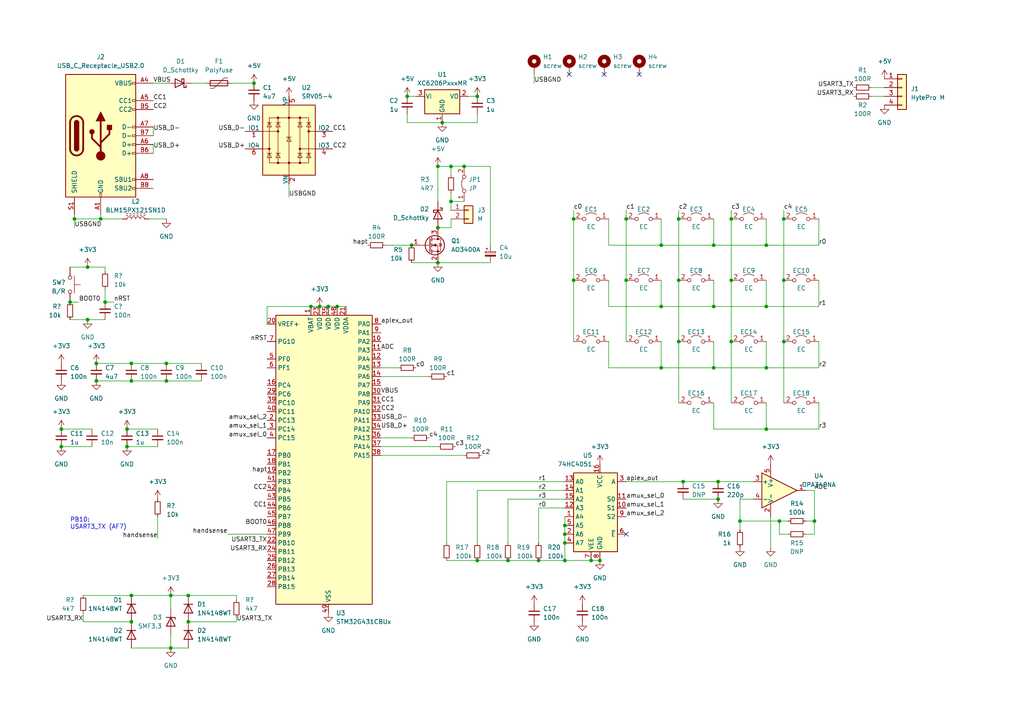
<source format=kicad_sch>
(kicad_sch (version 20231120) (generator "eeschema") (generator_version "8.0")
  (paper "A4")
  (junction (at 25.4 77.47))
  (junction (at 90.17 88.9))
  (junction (at 134.62 48.26))
  (junction (at 17.78 129.54))
  (junction (at 212.09 63.5))
  (junction (at 49.53 172.72))
  (junction (at 222.25 71.12))
  (junction (at 222.25 124.46))
  (junction (at 27.94 105.41))
  (junction (at 208.28 144.78))
  (junction (at 127 66.04))
  (junction (at 163.83 157.48))
  (junction (at 38.1 180.34))
  (junction (at 163.83 152.4))
  (junction (at 128.27 35.56))
  (junction (at 95.25 88.9))
  (junction (at 207.01 88.9))
  (junction (at 198.12 139.7))
  (junction (at 17.78 124.46))
  (junction (at 36.83 129.54))
  (junction (at 227.33 99.06))
  (junction (at 212.09 81.28))
  (junction (at 138.43 27.94))
  (junction (at 36.83 124.46))
  (junction (at 227.33 63.5))
  (junction (at 196.85 99.06))
  (junction (at 207.01 71.12))
  (junction (at 119.38 71.12))
  (junction (at 54.61 180.34))
  (junction (at 191.77 106.68))
  (junction (at 181.61 81.28))
  (junction (at 48.26 110.49))
  (junction (at 138.43 162.56))
  (junction (at 21.59 63.5))
  (junction (at 181.61 63.5))
  (junction (at 191.77 71.12))
  (junction (at 156.21 162.56))
  (junction (at 48.26 105.41))
  (junction (at 118.11 27.94))
  (junction (at 97.79 88.9))
  (junction (at 166.37 81.28))
  (junction (at 127 76.2))
  (junction (at 212.09 99.06))
  (junction (at 196.85 81.28))
  (junction (at 166.37 63.5))
  (junction (at 196.85 63.5))
  (junction (at 38.1 110.49))
  (junction (at 227.33 81.28))
  (junction (at 38.1 105.41))
  (junction (at 222.25 88.9))
  (junction (at 30.48 87.63))
  (junction (at 29.21 63.5))
  (junction (at 147.32 162.56))
  (junction (at 226.06 151.13))
  (junction (at 171.45 162.56))
  (junction (at 208.28 139.7))
  (junction (at 73.66 24.13))
  (junction (at 25.4 92.71))
  (junction (at 127 48.26))
  (junction (at 191.77 88.9))
  (junction (at 49.53 187.96))
  (junction (at 236.22 151.13))
  (junction (at 163.83 162.56))
  (junction (at 130.81 48.26))
  (junction (at 214.63 151.13))
  (junction (at 38.1 172.72))
  (junction (at 130.81 58.42))
  (junction (at 54.61 172.72))
  (junction (at 207.01 106.68))
  (junction (at 163.83 154.94))
  (junction (at 27.94 110.49))
  (junction (at 222.25 106.68))
  (junction (at 20.32 87.63))
  (junction (at 92.71 88.9))
  (junction (at 173.99 162.56))
  (no_connect (at 181.61 154.94))
  (no_connect (at 165.1 21.59))
  (no_connect (at 175.26 21.59))
  (no_connect (at 185.42 21.59))
  (wire (pts (xy 227.33 81.28) (xy 227.33 99.06)))
  (wire (pts (xy 156.21 157.48) (xy 156.21 147.32)))
  (wire (pts (xy 222.25 88.9) (xy 237.49 88.9)))
  (wire (pts (xy 20.32 87.63) (xy 22.86 87.63)))
  (wire (pts (xy 237.49 81.28) (xy 237.49 88.9)))
  (wire (pts (xy 236.22 151.13) (xy 236.22 154.94)))
  (wire (pts (xy 142.24 48.26) (xy 142.24 71.12)))
  (wire (pts (xy 110.49 127) (xy 119.38 127)))
  (wire (pts (xy 147.32 157.48) (xy 147.32 144.78)))
  (wire (pts (xy 111.76 71.12) (xy 119.38 71.12)))
  (wire (pts (xy 226.06 151.13) (xy 226.06 154.94)))
  (wire (pts (xy 176.53 106.68) (xy 176.53 99.06)))
  (wire (pts (xy 17.78 124.46) (xy 26.67 124.46)))
  (wire (pts (xy 237.49 116.84) (xy 237.49 124.46)))
  (wire (pts (xy 163.83 162.56) (xy 171.45 162.56)))
  (wire (pts (xy 214.63 153.67) (xy 214.63 151.13)))
  (wire (pts (xy 237.49 99.06) (xy 237.49 106.68)))
  (wire (pts (xy 227.33 99.06) (xy 227.33 116.84)))
  (wire (pts (xy 36.83 124.46) (xy 45.72 124.46)))
  (wire (pts (xy 43.18 63.5) (xy 48.26 63.5)))
  (wire (pts (xy 130.81 63.5) (xy 130.81 66.04)))
  (wire (pts (xy 92.71 88.9) (xy 95.25 88.9)))
  (wire (pts (xy 68.58 173.99) (xy 68.58 172.72)))
  (wire (pts (xy 214.63 151.13) (xy 214.63 144.78)))
  (wire (pts (xy 38.1 110.49) (xy 48.26 110.49)))
  (wire (pts (xy 27.94 105.41) (xy 38.1 105.41)))
  (wire (pts (xy 191.77 71.12) (xy 176.53 71.12)))
  (wire (pts (xy 49.53 187.96) (xy 54.61 187.96)))
  (wire (pts (xy 176.53 71.12) (xy 176.53 63.5)))
  (wire (pts (xy 38.1 172.72) (xy 49.53 172.72)))
  (wire (pts (xy 124.46 109.22) (xy 110.49 109.22)))
  (wire (pts (xy 130.81 48.26) (xy 134.62 48.26)))
  (wire (pts (xy 83.82 53.34) (xy 83.82 57.15)))
  (wire (pts (xy 118.11 27.94) (xy 120.65 27.94)))
  (wire (pts (xy 212.09 99.06) (xy 212.09 116.84)))
  (wire (pts (xy 147.32 162.56) (xy 156.21 162.56)))
  (wire (pts (xy 181.61 60.96) (xy 181.61 63.5)))
  (wire (pts (xy 30.48 83.82) (xy 30.48 87.63)))
  (wire (pts (xy 129.54 157.48) (xy 129.54 139.7)))
  (wire (pts (xy 191.77 81.28) (xy 191.77 88.9)))
  (wire (pts (xy 154.94 24.13) (xy 154.94 21.59)))
  (wire (pts (xy 191.77 106.68) (xy 176.53 106.68)))
  (wire (pts (xy 191.77 99.06) (xy 191.77 106.68)))
  (wire (pts (xy 48.26 110.49) (xy 58.42 110.49)))
  (wire (pts (xy 45.72 149.86) (xy 45.72 156.21)))
  (wire (pts (xy 207.01 81.28) (xy 207.01 88.9)))
  (wire (pts (xy 138.43 142.24) (xy 163.83 142.24)))
  (wire (pts (xy 138.43 27.94) (xy 135.89 27.94)))
  (wire (pts (xy 196.85 63.5) (xy 196.85 81.28)))
  (wire (pts (xy 227.33 60.96) (xy 227.33 63.5)))
  (wire (pts (xy 252.73 27.94) (xy 256.54 27.94)))
  (wire (pts (xy 77.47 88.9) (xy 90.17 88.9)))
  (wire (pts (xy 222.25 124.46) (xy 237.49 124.46)))
  (wire (pts (xy 212.09 81.28) (xy 212.09 99.06)))
  (wire (pts (xy 30.48 87.63) (xy 33.02 87.63)))
  (wire (pts (xy 24.13 180.34) (xy 38.1 180.34)))
  (wire (pts (xy 207.01 116.84) (xy 207.01 124.46)))
  (wire (pts (xy 128.27 35.56) (xy 138.43 35.56)))
  (wire (pts (xy 222.25 99.06) (xy 222.25 106.68)))
  (wire (pts (xy 130.81 66.04) (xy 127 66.04)))
  (wire (pts (xy 252.73 25.4) (xy 256.54 25.4)))
  (wire (pts (xy 95.25 88.9) (xy 97.79 88.9)))
  (wire (pts (xy 35.56 63.5) (xy 29.21 63.5)))
  (wire (pts (xy 134.62 48.26) (xy 142.24 48.26)))
  (wire (pts (xy 212.09 60.96) (xy 212.09 63.5)))
  (wire (pts (xy 166.37 81.28) (xy 166.37 99.06)))
  (wire (pts (xy 77.47 93.98) (xy 77.47 88.9)))
  (wire (pts (xy 118.11 35.56) (xy 128.27 35.56)))
  (wire (pts (xy 207.01 71.12) (xy 222.25 71.12)))
  (wire (pts (xy 147.32 144.78) (xy 163.83 144.78)))
  (wire (pts (xy 237.49 63.5) (xy 237.49 71.12)))
  (wire (pts (xy 207.01 99.06) (xy 207.01 106.68)))
  (wire (pts (xy 66.04 154.94) (xy 77.47 154.94)))
  (wire (pts (xy 130.81 55.88) (xy 130.81 58.42)))
  (wire (pts (xy 38.1 187.96) (xy 49.53 187.96)))
  (wire (pts (xy 24.13 177.8) (xy 24.13 180.34)))
  (wire (pts (xy 20.32 92.71) (xy 25.4 92.71)))
  (wire (pts (xy 166.37 60.96) (xy 166.37 63.5)))
  (wire (pts (xy 97.79 88.9) (xy 100.33 88.9)))
  (wire (pts (xy 196.85 60.96) (xy 196.85 63.5)))
  (wire (pts (xy 129.54 139.7) (xy 163.83 139.7)))
  (wire (pts (xy 20.32 77.47) (xy 25.4 77.47)))
  (wire (pts (xy 191.77 106.68) (xy 207.01 106.68)))
  (wire (pts (xy 233.68 142.24) (xy 236.22 142.24)))
  (wire (pts (xy 110.49 132.08) (xy 134.62 132.08)))
  (wire (pts (xy 214.63 144.78) (xy 218.44 144.78)))
  (wire (pts (xy 222.25 81.28) (xy 222.25 88.9)))
  (wire (pts (xy 55.88 24.13) (xy 59.69 24.13)))
  (wire (pts (xy 130.81 58.42) (xy 130.81 60.96)))
  (wire (pts (xy 138.43 157.48) (xy 138.43 142.24)))
  (wire (pts (xy 44.45 41.91) (xy 44.45 44.45)))
  (wire (pts (xy 236.22 151.13) (xy 236.22 142.24)))
  (wire (pts (xy 24.13 172.72) (xy 38.1 172.72)))
  (wire (pts (xy 127 76.2) (xy 142.24 76.2)))
  (wire (pts (xy 49.53 172.72) (xy 54.61 172.72)))
  (wire (pts (xy 222.25 71.12) (xy 237.49 71.12)))
  (wire (pts (xy 54.61 180.34) (xy 68.58 180.34)))
  (wire (pts (xy 21.59 62.23) (xy 21.59 63.5)))
  (wire (pts (xy 196.85 81.28) (xy 196.85 99.06)))
  (wire (pts (xy 163.83 157.48) (xy 163.83 162.56)))
  (wire (pts (xy 233.68 151.13) (xy 236.22 151.13)))
  (wire (pts (xy 191.77 88.9) (xy 207.01 88.9)))
  (wire (pts (xy 17.78 129.54) (xy 26.67 129.54)))
  (wire (pts (xy 30.48 78.74) (xy 30.48 77.47)))
  (wire (pts (xy 67.31 24.13) (xy 73.66 24.13)))
  (wire (pts (xy 68.58 179.07) (xy 68.58 180.34)))
  (wire (pts (xy 207.01 88.9) (xy 222.25 88.9)))
  (wire (pts (xy 208.28 139.7) (xy 218.44 139.7)))
  (wire (pts (xy 130.81 58.42) (xy 134.62 58.42)))
  (wire (pts (xy 118.11 33.02) (xy 118.11 35.56)))
  (wire (pts (xy 119.38 76.2) (xy 127 76.2)))
  (wire (pts (xy 222.25 124.46) (xy 207.01 124.46)))
  (wire (pts (xy 198.12 144.78) (xy 208.28 144.78)))
  (wire (pts (xy 156.21 162.56) (xy 163.83 162.56)))
  (wire (pts (xy 156.21 147.32) (xy 163.83 147.32)))
  (wire (pts (xy 115.57 106.68) (xy 110.49 106.68)))
  (wire (pts (xy 25.4 92.71) (xy 30.48 92.71)))
  (wire (pts (xy 44.45 24.13) (xy 48.26 24.13)))
  (wire (pts (xy 90.17 88.9) (xy 92.71 88.9)))
  (wire (pts (xy 127 48.26) (xy 127 58.42)))
  (wire (pts (xy 222.25 116.84) (xy 222.25 124.46)))
  (wire (pts (xy 44.45 36.83) (xy 44.45 39.37)))
  (wire (pts (xy 181.61 63.5) (xy 181.61 81.28)))
  (wire (pts (xy 181.61 139.7) (xy 198.12 139.7)))
  (wire (pts (xy 166.37 63.5) (xy 166.37 81.28)))
  (wire (pts (xy 163.83 149.86) (xy 163.83 152.4)))
  (wire (pts (xy 163.83 154.94) (xy 163.83 157.48)))
  (wire (pts (xy 223.52 158.75) (xy 223.52 149.86)))
  (wire (pts (xy 233.68 154.94) (xy 236.22 154.94)))
  (wire (pts (xy 30.48 77.47) (xy 25.4 77.47)))
  (wire (pts (xy 21.59 63.5) (xy 29.21 63.5)))
  (wire (pts (xy 176.53 88.9) (xy 176.53 81.28)))
  (wire (pts (xy 130.81 48.26) (xy 130.81 50.8)))
  (wire (pts (xy 212.09 63.5) (xy 212.09 81.28)))
  (wire (pts (xy 191.77 63.5) (xy 191.77 71.12)))
  (wire (pts (xy 191.77 88.9) (xy 176.53 88.9)))
  (wire (pts (xy 198.12 139.7) (xy 208.28 139.7)))
  (wire (pts (xy 68.58 172.72) (xy 54.61 172.72)))
  (wire (pts (xy 226.06 154.94) (xy 228.6 154.94)))
  (wire (pts (xy 181.61 81.28) (xy 181.61 99.06)))
  (wire (pts (xy 163.83 152.4) (xy 163.83 154.94)))
  (wire (pts (xy 226.06 151.13) (xy 228.6 151.13)))
  (wire (pts (xy 222.25 63.5) (xy 222.25 71.12)))
  (wire (pts (xy 138.43 162.56) (xy 147.32 162.56)))
  (wire (pts (xy 27.94 110.49) (xy 38.1 110.49)))
  (wire (pts (xy 196.85 99.06) (xy 196.85 116.84)))
  (wire (pts (xy 21.59 63.5) (xy 21.59 66.04)))
  (wire (pts (xy 127 48.26) (xy 130.81 48.26)))
  (wire (pts (xy 29.21 63.5) (xy 29.21 62.23)))
  (wire (pts (xy 171.45 162.56) (xy 173.99 162.56)))
  (wire (pts (xy 214.63 151.13) (xy 226.06 151.13)))
  (wire (pts (xy 207.01 63.5) (xy 207.01 71.12)))
  (wire (pts (xy 138.43 35.56) (xy 138.43 33.02)))
  (wire (pts (xy 38.1 105.41) (xy 48.26 105.41)))
  (wire (pts (xy 36.83 129.54) (xy 45.72 129.54)))
  (wire (pts (xy 110.49 129.54) (xy 127 129.54)))
  (wire (pts (xy 49.53 176.53) (xy 49.53 172.72)))
  (wire (pts (xy 48.26 105.41) (xy 58.42 105.41)))
  (wire (pts (xy 129.54 162.56) (xy 138.43 162.56)))
  (wire (pts (xy 191.77 71.12) (xy 207.01 71.12)))
  (wire (pts (xy 207.01 106.68) (xy 222.25 106.68)))
  (wire (pts (xy 227.33 63.5) (xy 227.33 81.28)))
  (wire (pts (xy 222.25 106.68) (xy 237.49 106.68)))
  (wire (pts (xy 49.53 184.15) (xy 49.53 187.96)))
  (text "PB10:\nUSART3_TX (AF7)\n" (at 20.32 153.67 0) (effects (font (size 1.27 1.27)) (justify left bottom)))
  (label "CC1" (at 96.52 38.1 0))
  (label "amux_sel_0" (at 77.47 127 180))
  (label "USART3_TX" (at 247.65 25.4 180))
  (label "c1" (at 129.54 109.22 0))
  (label "VBUS" (at 110.49 114.3 0))
  (label "r3" (at 156.21 144.78 0))
  (label "USART3_RX" (at 247.65 27.94 180))
  (label "ADC" (at 110.49 101.6 0))
  (label "handsense" (at 66.04 154.94 180))
  (label "c2" (at 139.7 132.08 0))
  (label "handsense" (at 45.72 156.21 180))
  (label "r3" (at 237.49 124.46 0))
  (label "nRST" (at 77.47 99.06 180))
  (label "r2" (at 237.49 106.68 0))
  (label "hapt" (at 106.68 71.12 180))
  (label "r0" (at 156.21 147.32 0))
  (label "c4" (at 227.33 60.96 0))
  (label "USBGND" (at 154.94 24.13 0))
  (label "USB_D-" (at 110.49 121.92 0))
  (label "CC2" (at 44.45 31.75 0))
  (label "c0" (at 166.37 60.96 0))
  (label "c2" (at 196.85 60.96 0))
  (label "r1" (at 237.49 88.9 0))
  (label "c4" (at 124.46 127 0))
  (label "amux_sel_2" (at 181.61 149.86 0))
  (label "c0" (at 120.65 106.68 0))
  (label "aplex_out" (at 110.49 93.98 0))
  (label "r0" (at 237.49 71.12 0))
  (label "BOOT0" (at 22.86 87.63 0))
  (label "ADC" (at 236.22 142.24 0))
  (label "CC1" (at 77.47 147.32 180))
  (label "CC1" (at 44.45 29.21 0))
  (label "CC2" (at 110.49 119.38 0))
  (label "USB_D+" (at 44.45 43.18 0))
  (label "USBGND" (at 83.82 57.15 0))
  (label "amux_sel_2" (at 77.47 121.92 180))
  (label "amux_sel_1" (at 181.61 147.32 0))
  (label "CC2" (at 96.52 43.18 0))
  (label "USBGND" (at 21.59 66.04 0))
  (label "r2" (at 156.21 142.24 0))
  (label "nRST" (at 33.02 87.63 0))
  (label "amux_sel_1" (at 77.47 124.46 180))
  (label "c3" (at 212.09 60.96 0))
  (label "USB_D+" (at 71.12 43.18 180))
  (label "c1" (at 181.61 60.96 0))
  (label "BOOT0" (at 77.47 152.4 180))
  (label "USART3_RX" (at 24.13 180.34 180))
  (label "USB_D+" (at 110.49 124.46 0))
  (label "aplex_out" (at 181.61 139.7 0))
  (label "c3" (at 132.08 129.54 0))
  (label "CC1" (at 110.49 116.84 0))
  (label "VBUS" (at 44.45 24.13 0))
  (label "USB_D-" (at 71.12 38.1 180))
  (label "CC2" (at 77.47 142.24 180))
  (label "USART3_TX" (at 68.58 180.34 0))
  (label "USART3_TX" (at 77.47 157.48 180))
  (label "amux_sel_0" (at 181.61 144.78 0))
  (label "r1" (at 156.21 139.7 0))
  (label "hapt" (at 77.47 137.16 180))
  (label "USART3_RX" (at 77.47 160.02 180))
  (label "USB_D-" (at 44.45 38.1 0))
  (symbol (lib_id "Jumper:Jumper_2_Open") (at 217.17 81.28 0) (mirror y) (unit 1)
    (property "Reference" "EC9" (at 217.17 78.486 0))
    (property "Value" "EC" (at 217.17 83.566 0))
    (property "Footprint" "ec_finger_touch:capsense_finger_1" (effects (hide yes)))
  )
  (symbol (lib_id "Jumper:Jumper_2_Open") (at 217.17 116.84 0) (mirror y) (unit 1)
    (property "Reference" "EC17" (at 217.17 114.046 0))
    (property "Value" "EC" (at 217.17 119.126 0))
    (property "Footprint" "ec_finger_touch:capsense_finger_1" (effects (hide yes)))
  )
  (symbol (lib_id "power:+5V") (at 256.54 22.86 0) (unit 1)
    (property "Reference" "#PWR01" (effects (hide yes)))
    (property "Value" "+5V" (at 256.54 17.78 0))
  )
  (symbol (lib_id "Mechanical:MountingHole_Pad") (at 175.26 19.05 0) (unit 1)
    (property "Reference" "H3" (at 177.8 16.51 0) (effects (justify left)))
    (property "Value" "screw" (at 177.8 19.05 0) (effects (justify left)))
    (property "Footprint" "MountingHole:MountingHole_3.2mm_M3_DIN965_Pad" (effects (hide yes)))
  )
  (symbol (lib_id "power:GND") (at 214.63 158.75 0) (unit 1)
    (property "Reference" "#PWR027" (effects (hide yes)))
    (property "Value" "GND" (at 214.63 163.83 0))
  )
  (symbol (lib_id "Device:C_Small") (at 48.26 107.95 0) (unit 1)
    (property "Reference" "C9" (at 50.8 106.6863 0) (effects (justify left)))
    (property "Value" "100n" (at 50.8 109.2263 0) (effects (justify left)))
    (property "Footprint" "Capacitor_SMD:C_0402_1005Metric" (effects (hide yes)))
  )
  (symbol (lib_id "Diode:1N4148WT") (at 54.61 184.15 270) (unit 1)
    (property "Reference" "D2" (at 57.15 182.88 90) (effects (justify left)))
    (property "Value" "1N4148WT" (at 57.15 185.42 90) (effects (justify left)))
    (property "Footprint" "Diode_SMD:D_SOD-523" (effects (hide yes)))
    (property "Datasheet" "https://www.diodes.com/assets/Datasheets/ds30396.pdf" (effects (hide yes)))
    (property "Sim.Device" "D" (effects (hide yes)))
    (property "Sim.Pins" "1=K 2=A" (effects (hide yes)))
    (instances (project "theseus-75" (path "" (reference "D2") (unit 1))) (project "unmechanical-sweepish" (path "" (reference "D7") (unit 1))))
  )
  (symbol (lib_id "power:+3V3") (at 92.71 88.9 0) (unit 1)
    (property "Reference" "#PWR013" (effects (hide yes)))
    (property "Value" "+3V3" (at 92.71 83.82 0))
  )
  (symbol (lib_id "power:+3V3") (at 223.52 134.62 0) (unit 1)
    (property "Reference" "#PWR024" (effects (hide yes)))
    (property "Value" "+3V3" (at 223.52 129.54 0))
  )
  (symbol (lib_id "Jumper:Jumper_2_Open") (at 186.69 63.5 0) (mirror y) (unit 1)
    (property "Reference" "EC2" (at 186.69 60.706 0))
    (property "Value" "EC" (at 186.69 65.786 0))
    (property "Footprint" "ec_finger_touch:capsense_finger_1" (effects (hide yes)))
  )
  (symbol (lib_id "power:GND") (at 17.78 129.54 0) (unit 1)
    (property "Reference" "#PWR021" (effects (hide yes)))
    (property "Value" "GND" (at 17.78 134.62 0))
  )
  (symbol (lib_id "power:+3V3") (at 27.94 105.41 0) (unit 1)
    (property "Reference" "#PWR016" (effects (hide yes)))
    (property "Value" "+3V3" (at 27.94 100.33 0))
  )
  (symbol (lib_id "Device:R_Small") (at 250.19 25.4 90) (unit 1)
    (property "Reference" "R1" (at 250.19 20.32 90))
    (property "Value" "100R" (at 250.19 22.86 90))
    (property "Footprint" "Resistor_SMD:R_0402_1005Metric" (effects (hide yes)))
  )
  (symbol (lib_id "Jumper:Jumper_2_Open") (at 201.93 81.28 0) (mirror y) (unit 1)
    (property "Reference" "EC8" (at 201.93 78.486 0))
    (property "Value" "EC" (at 201.93 83.566 0))
    (property "Footprint" "ec_finger_touch:capsense_finger_1" (effects (hide yes)))
  )
  (symbol (lib_id "Device:R_Small") (at 231.14 154.94 90) (unit 1)
    (property "Reference" "R15" (at 231.14 157.48 90))
    (property "Value" "DNP" (at 231.14 160.02 90))
    (property "Footprint" "Resistor_SMD:R_0603_1608Metric_Pad0.98x0.95mm_HandSolder" (effects (hide yes)))
  )
  (symbol (lib_id "Device:C_Small") (at 17.78 127 0) (unit 1)
    (property "Reference" "C11" (at 20.32 125.7363 0) (effects (justify left)))
    (property "Value" "1u" (at 20.32 128.2763 0) (effects (justify left)))
    (property "Footprint" "Capacitor_SMD:C_0402_1005Metric" (effects (hide yes)))
  )
  (symbol (lib_id "Jumper:Jumper_2_Open") (at 171.45 81.28 0) (mirror y) (unit 1)
    (property "Reference" "EC6" (at 171.45 78.486 0))
    (property "Value" "EC" (at 171.45 83.566 0))
    (property "Footprint" "ec_finger_touch:capsense_finger_1" (effects (hide yes)))
  )
  (symbol (lib_id "Jumper:Jumper_2_Open") (at 217.17 99.06 0) (mirror y) (unit 1)
    (property "Reference" "EC14" (at 217.17 96.266 0))
    (property "Value" "EC" (at 217.17 101.346 0))
    (property "Footprint" "ec_finger_touch:capsense_finger_1" (effects (hide yes)))
  )
  (symbol (lib_id "Jumper:Jumper_2_Open") (at 232.41 63.5 0) (mirror y) (unit 1)
    (property "Reference" "EC5" (at 232.41 60.706 0))
    (property "Value" "EC" (at 232.41 65.786 0))
    (property "Footprint" "ec_finger_touch:capsense_finger_1" (effects (hide yes)))
  )
  (symbol (lib_id "Diode:1N4148WT") (at 54.61 176.53 270) (unit 1)
    (property "Reference" "D1" (at 57.15 175.26 90) (effects (justify left)))
    (property "Value" "1N4148WT" (at 57.15 177.8 90) (effects (justify left)))
    (property "Footprint" "Diode_SMD:D_SOD-523" (effects (hide yes)))
    (property "Datasheet" "https://www.diodes.com/assets/Datasheets/ds30396.pdf" (effects (hide yes)))
    (property "Sim.Device" "D" (effects (hide yes)))
    (property "Sim.Pins" "1=K 2=A" (effects (hide yes)))
    (instances (project "theseus-75" (path "" (reference "D1") (unit 1))) (project "unmechanical-sweepish" (path "" (reference "D4") (unit 1))))
  )
  (symbol (lib_id "Device:C_Polarized_Small") (at 142.24 73.66 0) (unit 1)
    (property "Reference" "C4" (at 144.78 71.8439 0) (effects (justify left)))
    (property "Value" "10u" (at 144.78 74.3839 0) (effects (justify left)))
    (property "Footprint" "Capacitor_Tantalum_SMD:CP_EIA-3216-10_Kemet-I" (effects (hide yes)))
  )
  (symbol (lib_id "Device:C_Small") (at 27.94 107.95 0) (unit 1)
    (property "Reference" "C7" (at 30.48 106.6863 0) (effects (justify left)))
    (property "Value" "4u7" (at 30.48 109.2263 0) (effects (justify left)))
    (property "Footprint" "Capacitor_SMD:C_0402_1005Metric" (effects (hide yes)))
  )
  (symbol (lib_id "power:GND") (at 154.94 180.34 0) (unit 1)
    (property "Reference" "#PWR034" (effects (hide yes)))
    (property "Value" "GND" (at 154.94 185.42 0))
  )
  (symbol (lib_id "Jumper:Jumper_2_Open") (at 232.41 99.06 0) (mirror y) (unit 1)
    (property "Reference" "EC15" (at 232.41 96.266 0))
    (property "Value" "EC" (at 232.41 101.346 0))
    (property "Footprint" "ec_finger_touch:capsense_finger_1" (effects (hide yes)))
  )
  (symbol (lib_id "Device:R_Small") (at 45.72 147.32 180) (unit 1)
    (property "Reference" "R?" (at 48.26 146.685 0) (effects (justify right)))
    (property "Value" "10k" (at 48.26 149.225 0) (effects (justify right)))
    (property "Footprint" "Resistor_SMD:R_0402_1005Metric" (effects (hide yes)))
    (instances (project "theseus-75" (path "" (reference "R?") (unit 1)) (path "" (reference "R22") (unit 1)) (path "" (reference "R?") (unit 1))) (project "unmechanical-sweepish" (path "" (reference "R13") (unit 1))))
  )
  (symbol (lib_id "Device:C_Small") (at 198.12 142.24 0) (unit 1)
    (property "Reference" "C15" (at 200.66 140.9763 0) (effects (justify left)))
    (property "Value" "DNP" (at 200.66 143.5163 0) (effects (justify left)))
    (property "Footprint" "Capacitor_SMD:C_0603_1608Metric_Pad1.08x0.95mm_HandSolder" (effects (hide yes)))
  )
  (symbol (lib_id "power:GND") (at 208.28 144.78 0) (unit 1)
    (property "Reference" "#PWR026" (effects (hide yes)))
    (property "Value" "GND" (at 208.28 149.86 0))
  )
  (symbol (lib_id "power:+3V3") (at 25.4 77.47 0) (unit 1)
    (property "Reference" "#PWR012" (effects (hide yes)))
    (property "Value" "+3V3" (at 25.4 72.39 0))
  )
  (symbol (lib_id "Device:C_Small") (at 118.11 30.48 0) (unit 1)
    (property "Reference" "C2" (at 115.57 29.2163 0) (effects (justify right)))
    (property "Value" "1u" (at 115.57 31.7563 0) (effects (justify right)))
    (property "Footprint" "Capacitor_SMD:C_0402_1005Metric" (effects (hide yes)))
  )
  (symbol (lib_id "Device:R_Small") (at 20.32 90.17 0) (unit 1)
    (property "Reference" "R?" (at 17.78 88.9 0) (effects (justify right)))
    (property "Value" "10k" (at 17.78 91.44 0) (effects (justify right)))
    (property "Footprint" "Resistor_SMD:R_0402_1005Metric" (effects (hide yes)))
    (instances (project "werk-one-pcb-ml" (path "" (reference "R?") (unit 1))) (project "theseus-75" (path "" (reference "R13") (unit 1))) (project "unmechanical-sweepish" (path "" (reference "R7") (unit 1))))
  )
  (symbol (lib_id "Device:R_Small") (at 30.48 81.28 0) (unit 1)
    (property "Reference" "R?" (at 33.02 80.01 0) (effects (justify left)))
    (property "Value" "10k" (at 33.02 82.55 0) (effects (justify left)))
    (property "Footprint" "Resistor_SMD:R_0402_1005Metric" (effects (hide yes)))
    (instances (project "werk-one-pcb-ml" (path "" (reference "R?") (unit 1))) (project "theseus-75" (path "" (reference "R10") (unit 1))) (project "unmechanical-sweepish" (path "" (reference "R6") (unit 1))))
  )
  (symbol (lib_id "Device:C_Small") (at 30.48 90.17 180) (unit 1)
    (property "Reference" "C?" (at 33.02 88.8936 0) (effects (justify right)))
    (property "Value" "100n" (at 33.02 91.4336 0) (effects (justify right)))
    (property "Footprint" "Capacitor_SMD:C_0402_1005Metric" (effects (hide yes)))
    (instances (project "werk-one-pcb-ml" (path "" (reference "C?") (unit 1))) (project "theseus-75" (path "" (reference "C12") (unit 1))) (project "unmechanical-sweepish" (path "" (reference "C5") (unit 1))))
  )
  (symbol (lib_id "power:GND") (at 95.25 177.8 0) (unit 1)
    (property "Reference" "#PWR033" (effects (hide yes)))
    (property "Value" "GND" (at 95.25 182.88 0))
  )
  (symbol (lib_id "power:+3V3") (at 17.78 105.41 0) (unit 1)
    (property "Reference" "#PWR015" (effects (hide yes)))
    (property "Value" "+3V3" (at 17.78 100.33 0))
  )
  (symbol (lib_id "Device:C_Small") (at 168.91 177.8 0) (unit 1)
    (property "Reference" "C18" (at 171.45 176.5363 0) (effects (justify left)))
    (property "Value" "100n" (at 171.45 179.0763 0) (effects (justify left)))
    (property "Footprint" "Capacitor_SMD:C_0402_1005Metric" (effects (hide yes)))
  )
  (symbol (lib_id "power:+3V3") (at 168.91 175.26 0) (unit 1)
    (property "Reference" "#PWR032" (effects (hide yes)))
    (property "Value" "+3V3" (at 168.91 170.18 0))
  )
  (symbol (lib_id "power:GND") (at 36.83 129.54 0) (unit 1)
    (property "Reference" "#PWR022" (effects (hide yes)))
    (property "Value" "GND" (at 36.83 134.62 0))
  )
  (symbol (lib_id "Device:R_Small") (at 119.38 73.66 0) (unit 1)
    (property "Reference" "R5" (at 116.84 72.39 0) (effects (justify right)))
    (property "Value" "10k" (at 116.84 74.93 0) (effects (justify right)))
    (property "Footprint" "Resistor_SMD:R_0402_1005Metric" (effects (hide yes)))
  )
  (symbol (lib_id "Device:R_Small") (at 121.92 127 90) (unit 1)
    (property "Reference" "R10" (at 121.92 121.92 90))
    (property "Value" "100R" (at 121.92 124.46 90))
    (property "Footprint" "Resistor_SMD:R_0402_1005Metric" (effects (hide yes)))
  )
  (symbol (lib_id "Jumper:Jumper_2_Open") (at 201.93 63.5 0) (mirror y) (unit 1)
    (property "Reference" "EC3" (at 201.93 60.706 0))
    (property "Value" "EC" (at 201.93 65.786 0))
    (property "Footprint" "ec_finger_touch:capsense_finger_1" (effects (hide yes)))
  )
  (symbol (lib_id "power:+5V") (at 118.11 27.94 0) (unit 1)
    (property "Reference" "#PWR04" (effects (hide yes)))
    (property "Value" "+5V" (at 118.11 22.86 0))
  )
  (symbol (lib_id "Jumper:Jumper_2_Open") (at 201.93 99.06 0) (mirror y) (unit 1)
    (property "Reference" "EC13" (at 201.93 96.266 0))
    (property "Value" "EC" (at 201.93 101.346 0))
    (property "Footprint" "ec_finger_touch:capsense_finger_1" (effects (hide yes)))
  )
  (symbol (lib_id "power:+5V") (at 83.82 27.94 0) (unit 1)
    (property "Reference" "#PWR03" (effects (hide yes)))
    (property "Value" "+5V" (at 83.82 22.86 0))
  )
  (symbol (lib_id "Device:R_Small") (at 250.19 27.94 90) (unit 1)
    (property "Reference" "R2" (at 250.19 30.48 90))
    (property "Value" "100R" (at 250.19 33.02 90))
    (property "Footprint" "Resistor_SMD:R_0402_1005Metric" (effects (hide yes)))
  )
  (symbol (lib_id "Device:C_Small") (at 138.43 30.48 0) (unit 1)
    (property "Reference" "C3" (at 140.97 29.2163 0) (effects (justify left)))
    (property "Value" "1u" (at 140.97 31.7563 0) (effects (justify left)))
    (property "Footprint" "Capacitor_SMD:C_0402_1005Metric" (effects (hide yes)))
  )
  (symbol (lib_id "power:+5V") (at 127 48.26 0) (unit 1)
    (property "Reference" "#PWR09" (effects (hide yes)))
    (property "Value" "+5V" (at 127 43.18 0))
  )
  (symbol (lib_id "Connector_Generic:Conn_01x02") (at 135.89 60.96 0) (unit 1)
    (property "Reference" "J3" (at 138.43 60.96 0) (effects (justify left)))
    (property "Value" "M" (at 138.43 63.5 0) (effects (justify left)))
    (property "Footprint" "Connector_PinHeader_2.54mm:PinHeader_1x02_P2.54mm_Vertical" (effects (hide yes)))
  )
  (symbol (lib_id "power:+5V") (at 73.66 24.13 0) (unit 1)
    (property "Reference" "#PWR02" (effects (hide yes)))
    (property "Value" "+5V" (at 73.66 19.05 0))
  )
  (symbol (lib_id "power:+3V3") (at 173.99 134.62 0) (unit 1)
    (property "Reference" "#PWR023" (effects (hide yes)))
    (property "Value" "+3V3" (at 173.99 129.54 0))
  )
  (symbol (lib_id "Jumper:Jumper_2_Open") (at 171.45 63.5 0) (mirror y) (unit 1)
    (property "Reference" "EC1" (at 171.45 60.706 0))
    (property "Value" "EC" (at 171.45 65.786 0))
    (property "Footprint" "ec_finger_touch:capsense_finger_1" (effects (hide yes)))
  )
  (symbol (lib_id "Connector_Generic:Conn_01x04") (at 261.62 25.4 0) (unit 1)
    (property "Reference" "J1" (at 264.16 25.7556 0) (effects (justify left)))
    (property "Value" "HytePro M" (at 264.16 28.2956 0) (effects (justify left)))
    (property "Footprint" "PCM_marbastlib-xp-various:CON_HytePro_M411P_Plug_1x04-P2.20mm_Horizontal_FlushMount" (effects (hide yes)))
  )
  (symbol (lib_id "power:+3V3") (at 36.83 124.46 0) (unit 1)
    (property "Reference" "#PWR020" (effects (hide yes)))
    (property "Value" "+3V3" (at 36.83 119.38 0))
  )
  (symbol (lib_id "power:GND") (at 17.78 110.49 0) (unit 1)
    (property "Reference" "#PWR017" (effects (hide yes)))
    (property "Value" "GND" (at 17.78 115.57 0))
  )
  (symbol (lib_id "power:GND") (at 168.91 180.34 0) (unit 1)
    (property "Reference" "#PWR035" (effects (hide yes)))
    (property "Value" "GND" (at 168.91 185.42 0))
  )
  (symbol (lib_id "Device:Polyfuse") (at 63.5 24.13 90) (unit 1)
    (property "Reference" "F1" (at 63.5 17.78 90))
    (property "Value" "Polyfuse" (at 63.5 20.32 90))
    (property "Footprint" "Fuse:Fuse_0603_1608Metric" (effects (hide yes)))
  )
  (symbol (lib_id "Device:R_Small") (at 127 109.22 90) (unit 1)
    (property "Reference" "R9" (at 127 104.14 90))
    (property "Value" "100R" (at 127 106.68 90))
    (property "Footprint" "Resistor_SMD:R_0402_1005Metric" (effects (hide yes)))
  )
  (symbol (lib_id "Device:C_Small") (at 208.28 142.24 0) (unit 1)
    (property "Reference" "C16" (at 210.82 140.9763 0) (effects (justify left)))
    (property "Value" "220p" (at 210.82 143.5163 0) (effects (justify left)))
    (property "Footprint" "Capacitor_SMD:C_0603_1608Metric_Pad1.08x0.95mm_HandSolder" (effects (hide yes)))
  )
  (symbol (lib_id "PCM_marbastlib-various:SRV05-4") (at 83.82 40.64 0) (unit 1)
    (property "Reference" "U2" (at 87.4461 25.4 0) (effects (justify left)))
    (property "Value" "SRV05-4" (at 87.4461 27.94 0) (effects (justify left)))
    (property "Footprint" "PCM_marbastlib-various:SOT-23-6-routable" (effects (hide yes)))
    (property "Datasheet" "http://www.onsemi.com/pub/Collateral/SRV05-4-D.PDF" (effects (hide yes)))
  )
  (symbol (lib_id "power:+3V3") (at 138.43 27.94 0) (unit 1)
    (property "Reference" "#PWR05" (effects (hide yes)))
    (property "Value" "+3V3" (at 138.43 22.86 0))
  )
  (symbol (lib_id "power:GND") (at 73.66 29.21 0) (unit 1)
    (property "Reference" "#PWR06" (effects (hide yes)))
    (property "Value" "GND" (at 73.66 34.29 0))
  )
  (symbol (lib_id "Device:R_Small") (at 24.13 175.26 0) (unit 1)
    (property "Reference" "R?" (at 21.59 173.99 0) (effects (justify right)))
    (property "Value" "4k7" (at 21.59 176.53 0) (effects (justify right)))
    (property "Footprint" "Resistor_SMD:R_0402_1005Metric" (effects (hide yes)))
    (instances (project "theseus-75" (path "" (reference "R?") (unit 1)) (path "" (reference "R21") (unit 1)) (path "" (reference "R?") (unit 1))) (project "unmechanical-sweepish" (path "" (reference "R21") (unit 1))))
  )
  (symbol (lib_id "Device:R_Small") (at 156.21 160.02 0) (unit 1)
    (property "Reference" "R20" (at 158.75 158.75 0) (effects (justify left)))
    (property "Value" "100k" (at 158.75 161.29 0) (effects (justify left)))
    (property "Footprint" "Resistor_SMD:R_0402_1005Metric" (effects (hide yes)))
  )
  (symbol (lib_id "Device:C_Small") (at 73.66 26.67 0) (unit 1)
    (property "Reference" "C1" (at 76.2 25.4063 0) (effects (justify left)))
    (property "Value" "4u7" (at 76.2 27.9463 0) (effects (justify left)))
    (property "Footprint" "Capacitor_SMD:C_0402_1005Metric" (effects (hide yes)))
  )
  (symbol (lib_id "power:+3V3") (at 17.78 124.46 0) (unit 1)
    (property "Reference" "#PWR019" (effects (hide yes)))
    (property "Value" "+3V3" (at 17.78 119.38 0))
  )
  (symbol (lib_id "power:+3V3") (at 49.53 172.72 0) (unit 1)
    (property "Reference" "#PWR030" (effects (hide yes)))
    (property "Value" "+3V3" (at 49.53 167.64 0))
  )
  (symbol (lib_id "Jumper:Jumper_2_Open") (at 171.45 99.06 0) (mirror y) (unit 1)
    (property "Reference" "EC11" (at 171.45 96.266 0))
    (property "Value" "EC" (at 171.45 101.346 0))
    (property "Footprint" "ec_finger_touch:capsense_finger_1" (effects (hide yes)))
  )
  (symbol (lib_id "power:GND") (at 127 76.2 0) (unit 1)
    (property "Reference" "#PWR011" (effects (hide yes)))
    (property "Value" "GND" (at 127 81.28 0))
  )
  (symbol (lib_id "power:GND") (at 27.94 110.49 0) (unit 1)
    (property "Reference" "#PWR018" (effects (hide yes)))
    (property "Value" "GND" (at 27.94 115.57 0))
  )
  (symbol (lib_id "Device:L_Ferrite") (at 39.37 63.5 90) (unit 1)
    (property "Reference" "L2" (at 39.37 58.42 90))
    (property "Value" "BLM15PX121SN1D" (at 39.37 60.96 90))
    (property "Footprint" "Inductor_SMD:L_0402_1005Metric" (effects (hide yes)))
    (instances (project "theseus-75" (path "" (reference "L2") (unit 1))) (project "unmechanical-sweepish" (path "" (reference "L1") (unit 1))) (project "theseus-db-l" (path "" (reference "L?") (unit 1))))
  )
  (symbol (lib_id "Mechanical:MountingHole_Pad") (at 185.42 19.05 0) (unit 1)
    (property "Reference" "H4" (at 187.96 16.51 0) (effects (justify left)))
    (property "Value" "screw" (at 187.96 19.05 0) (effects (justify left)))
    (property "Footprint" "MountingHole:MountingHole_3.2mm_M3_DIN965_Pad" (effects (hide yes)))
  )
  (symbol (lib_id "Jumper:Jumper_2_Bridged") (at 134.62 53.34 90) (unit 1)
    (property "Reference" "JP1" (at 135.89 52.07 90) (effects (justify right)))
    (property "Value" "JP" (at 135.89 54.61 90) (effects (justify right)))
    (property "Footprint" "Jumper:SolderJumper-2_P1.3mm_Bridged2Bar_RoundedPad1.0x1.5mm" (effects (hide yes)))
  )
  (symbol (lib_id "Diode:1N4148WT") (at 38.1 176.53 270) (unit 1)
    (property "Reference" "D1" (at 35.56 173.99 90) (effects (justify right)))
    (property "Value" "1N4148WT" (at 35.56 176.53 90) (effects (justify right)))
    (property "Footprint" "Diode_SMD:D_SOD-523" (effects (hide yes)))
    (property "Datasheet" "https://www.diodes.com/assets/Datasheets/ds30396.pdf" (effects (hide yes)))
    (property "Sim.Device" "D" (effects (hide yes)))
    (property "Sim.Pins" "1=K 2=A" (effects (hide yes)))
    (instances (project "theseus-75" (path "" (reference "D1") (unit 1))) (project "unmechanical-sweepish" (path "" (reference "D3") (unit 1))))
  )
  (symbol (lib_id "Device:C_Small") (at 17.78 107.95 0) (unit 1)
    (property "Reference" "C6" (at 20.32 106.6863 0) (effects (justify left)))
    (property "Value" "100n" (at 20.32 109.2263 0) (effects (justify left)))
    (property "Footprint" "Capacitor_SMD:C_0402_1005Metric" (effects (hide yes)))
  )
  (symbol (lib_id "Jumper:Jumper_2_Open") (at 186.69 81.28 0) (mirror y) (unit 1)
    (property "Reference" "EC7" (at 186.69 78.486 0))
    (property "Value" "EC" (at 186.69 83.566 0))
    (property "Footprint" "ec_finger_touch:capsense_finger_1" (effects (hide yes)))
  )
  (symbol (lib_id "Jumper:Jumper_2_Open") (at 186.69 99.06 0) (mirror y) (unit 1)
    (property "Reference" "EC12" (at 186.69 96.266 0))
    (property "Value" "EC" (at 186.69 101.346 0))
    (property "Footprint" "ec_finger_touch:capsense_finger_1" (effects (hide yes)))
  )
  (symbol (lib_id "Device:R_Small") (at 109.22 71.12 90) (unit 1)
    (property "Reference" "R4" (at 109.22 66.04 90))
    (property "Value" "100R" (at 109.22 68.58 90))
    (property "Footprint" "Resistor_SMD:R_0402_1005Metric" (effects (hide yes)))
  )
  (symbol (lib_id "Connector:USB_C_Receptacle_USB2.0") (at 29.21 39.37 0) (unit 1)
    (property "Reference" "J2" (at 29.21 16.51 0))
    (property "Value" "USB_C_Receptacle_USB2.0" (at 29.21 19.05 0))
    (property "Footprint" "PCM_marbastlib-various:USB_C_Receptacle_HRO_TYPE-C-31-M-14" (effects (hide yes)))
    (property "Datasheet" "https://www.usb.org/sites/default/files/documents/usb_type-c.zip" (effects (hide yes)))
  )
  (symbol (lib_id "Jumper:Jumper_2_Open") (at 232.41 116.84 0) (mirror y) (unit 1)
    (property "Reference" "EC18" (at 232.41 114.046 0))
    (property "Value" "EC" (at 232.41 119.126 0))
    (property "Footprint" "ec_finger_touch:capsense_finger_1" (effects (hide yes)))
  )
  (symbol (lib_id "Device:R_Small") (at 68.58 176.53 0) (unit 1)
    (property "Reference" "R?" (at 71.12 173.99 0) (effects (justify left)))
    (property "Value" "4k7" (at 71.12 176.53 0) (effects (justify left)))
    (property "Footprint" "Resistor_SMD:R_0402_1005Metric" (effects (hide yes)))
    (instances (project "theseus-75" (path "" (reference "R?") (unit 1)) (path "" (reference "R21") (unit 1)) (path "" (reference "R?") (unit 1))) (project "unmechanical-sweepish" (path "" (reference "R22") (unit 1))))
  )
  (symbol (lib_id "Diode:1N4148WT") (at 38.1 184.15 270) (unit 1)
    (property "Reference" "D2" (at 35.56 182.88 90) (effects (justify right)))
    (property "Value" "1N4148WT" (at 35.56 185.42 90) (effects (justify right)))
    (property "Footprint" "Diode_SMD:D_SOD-523" (effects (hide yes)))
    (property "Datasheet" "https://www.diodes.com/assets/Datasheets/ds30396.pdf" (effects (hide yes)))
    (property "Sim.Device" "D" (effects (hide yes)))
    (property "Sim.Pins" "1=K 2=A" (effects (hide yes)))
    (instances (project "theseus-75" (path "" (reference "D2") (unit 1))) (project "unmechanical-sweepish" (path "" (reference "D6") (unit 1))))
  )
  (symbol (lib_id "Device:R_Small") (at 130.81 53.34 0) (unit 1)
    (property "Reference" "R3" (at 121.92 52.07 0) (effects (justify left)))
    (property "Value" "4R7" (at 121.92 54.61 0) (effects (justify left)))
    (property "Footprint" "Resistor_SMD:R_0603_1608Metric_Pad0.98x0.95mm_HandSolder" (effects (hide yes)))
  )
  (symbol (lib_id "Device:D_Zener") (at 49.53 180.34 270) (unit 1)
    (property "Reference" "D3" (at 46.99 179.07 90) (effects (justify right)))
    (property "Value" "SMF3.3" (at 46.99 181.61 90) (effects (justify right)))
    (property "Footprint" "Diode_SMD:D_SOD-123F" (effects (hide yes)))
    (instances (project "theseus-75" (path "" (reference "D3") (unit 1))) (project "unmechanical-sweepish" (path "" (reference "D5") (unit 1))))
  )
  (symbol (lib_id "Device:C_Small") (at 26.67 127 0) (unit 1)
    (property "Reference" "C12" (at 29.21 125.7363 0) (effects (justify left)))
    (property "Value" "10n" (at 29.21 128.2763 0) (effects (justify left)))
    (property "Footprint" "Capacitor_SMD:C_0402_1005Metric" (effects (hide yes)))
  )
  (symbol (lib_id "Device:R_Small") (at 147.32 160.02 0) (unit 1)
    (property "Reference" "R19" (at 149.86 158.75 0) (effects (justify left)))
    (property "Value" "100k" (at 149.86 161.29 0) (effects (justify left)))
    (property "Footprint" "Resistor_SMD:R_0402_1005Metric" (effects (hide yes)))
  )
  (symbol (lib_id "Jumper:Jumper_2_Open") (at 232.41 81.28 0) (mirror y) (unit 1)
    (property "Reference" "EC10" (at 232.41 78.486 0))
    (property "Value" "EC" (at 232.41 83.566 0))
    (property "Footprint" "ec_finger_touch:capsense_finger_1" (effects (hide yes)))
  )
  (symbol (lib_id "74xx:74HC4051") (at 173.99 147.32 0) (mirror y) (unit 1)
    (property "Reference" "U5" (at 171.7959 132.08 0) (effects (justify left)))
    (property "Value" "74HC4051" (at 171.7959 134.62 0) (effects (justify left)))
    (property "Footprint" "Package_SO:TSSOP-16_4.4x5mm_P0.65mm" (effects (hide yes)))
    (property "Datasheet" "http://www.ti.com/lit/ds/symlink/cd74hc4051.pdf" (effects (hide yes)))
  )
  (symbol (lib_id "Device:R_Small") (at 231.14 151.13 90) (unit 1)
    (property "Reference" "R14" (at 231.14 146.05 90))
    (property "Value" "100k" (at 231.14 148.59 90))
    (property "Footprint" "Resistor_SMD:R_0603_1608Metric_Pad0.98x0.95mm_HandSolder" (effects (hide yes)))
  )
  (symbol (lib_id "Device:R_Small") (at 214.63 156.21 0) (unit 1)
    (property "Reference" "R16" (at 212.09 154.94 0) (effects (justify right)))
    (property "Value" "1k" (at 212.09 157.48 0) (effects (justify right)))
    (property "Footprint" "Resistor_SMD:R_0402_1005Metric" (effects (hide yes)))
  )
  (symbol (lib_id "Jumper:Jumper_2_Open") (at 201.93 116.84 0) (mirror y) (unit 1)
    (property "Reference" "EC16" (at 201.93 114.046 0))
    (property "Value" "EC" (at 201.93 119.126 0))
    (property "Footprint" "ec_finger_touch:capsense_finger_1" (effects (hide yes)))
  )
  (symbol (lib_id "Device:R_Small") (at 118.11 106.68 90) (unit 1)
    (property "Reference" "R8" (at 118.11 101.6 90))
    (property "Value" "100R" (at 118.11 104.14 90))
    (property "Footprint" "Resistor_SMD:R_0402_1005Metric" (effects (hide yes)))
  )
  (symbol (lib_id "power:GND") (at 223.52 158.75 0) (unit 1)
    (property "Reference" "#PWR028" (effects (hide yes)))
    (property "Value" "GND" (at 223.52 163.83 0))
  )
  (symbol (lib_id "power:GND") (at 25.4 92.71 0) (unit 1)
    (property "Reference" "#PWR014" (effects (hide yes)))
    (property "Value" "GND" (at 25.4 97.79 0))
  )
  (symbol (lib_id "Device:D_Schottky") (at 52.07 24.13 180) (unit 1)
    (property "Reference" "D1" (at 52.3875 17.78 0))
    (property "Value" "D_Schottky" (at 52.3875 20.32 0))
    (property "Footprint" "Diode_SMD:D_SOD-123F" (effects (hide yes)))
  )
  (symbol (lib_id "Device:R_Small") (at 137.16 132.08 90) (unit 1)
    (property "Reference" "R12" (at 137.16 127 90))
    (property "Value" "100R" (at 137.16 129.54 90))
    (property "Footprint" "Resistor_SMD:R_0402_1005Metric" (effects (hide yes)))
  )
  (symbol (lib_id "power:GND") (at 128.27 35.56 0) (unit 1)
    (property "Reference" "#PWR08" (effects (hide yes)))
    (property "Value" "GND" (at 128.27 40.64 0))
  )
  (symbol (lib_id "Device:D_Schottky") (at 127 62.23 270) (unit 1)
    (property "Reference" "D2" (at 124.46 60.6425 90) (effects (justify right)))
    (property "Value" "D_Schottky" (at 124.46 63.1825 90) (effects (justify right)))
    (property "Footprint" "Diode_SMD:D_SOD-123F" (effects (hide yes)))
  )
  (symbol (lib_id "power:GND") (at 256.54 30.48 0) (unit 1)
    (property "Reference" "#PWR07" (effects (hide yes)))
    (property "Value" "GND" (at 256.54 35.56 0))
  )
  (symbol (lib_id "Amplifier_Operational:OPA340NA") (at 226.06 142.24 0) (unit 1)
    (property "Reference" "U4" (at 237.49 138.0491 0))
    (property "Value" "OPA340NA" (at 237.49 140.5891 0))
    (property "Footprint" "Package_TO_SOT_SMD:SOT-23-5" (effects (hide yes)))
    (property "Datasheet" "http://www.ti.com/lit/ds/symlink/opa340.pdf" (effects (hide yes)))
  )
  (symbol (lib_id "power:GND") (at 173.99 162.56 0) (unit 1)
    (property "Reference" "#PWR029" (effects (hide yes)))
    (property "Value" "GND" (at 173.99 167.64 0))
  )
  (symbol (lib_id "Mechanical:MountingHole_Pad") (at 165.1 19.05 0) (unit 1)
    (property "Reference" "H2" (at 167.64 16.51 0) (effects (justify left)))
    (property "Value" "screw" (at 167.64 19.05 0) (effects (justify left)))
    (property "Footprint" "MountingHole:MountingHole_3.2mm_M3_DIN965_Pad" (effects (hide yes)))
  )
  (symbol (lib_id "Device:C_Small") (at 36.83 127 0) (unit 1)
    (property "Reference" "C13" (at 39.37 125.7363 0) (effects (justify left)))
    (property "Value" "1u" (at 39.37 128.2763 0) (effects (justify left)))
    (property "Footprint" "Capacitor_SMD:C_0402_1005Metric" (effects (hide yes)))
  )
  (symbol (lib_id "Device:C_Small") (at 38.1 107.95 0) (unit 1)
    (property "Reference" "C8" (at 40.64 106.6863 0) (effects (justify left)))
    (property "Value" "100n" (at 40.64 109.2263 0) (effects (justify left)))
    (property "Footprint" "Capacitor_SMD:C_0402_1005Metric" (effects (hide yes)))
  )
  (symbol (lib_id "Switch:SW_Push") (at 20.32 82.55 270) (unit 1)
    (property "Reference" "SW?" (at 19.05 81.915 90) (effects (justify right)))
    (property "Value" "B/R" (at 19.05 84.455 90) (effects (justify right)))
    (property "Footprint" "PCM_marbastlib-various:SW_SPST_SKQG_WithStem" (effects (hide yes)))
    (instances (project "werk-one-pcb-ml" (path "" (reference "SW?") (unit 1))) (project "theseus-75" (path "" (reference "SW1") (unit 1))) (project "unmechanical-sweepish" (path "" (reference "SW1") (unit 1))))
  )
  (symbol (lib_id "Regulator_Linear:XC6206PxxxMR") (at 128.27 27.94 0) (unit 1)
    (property "Reference" "U1" (at 128.27 21.59 0))
    (property "Value" "XC6206PxxxMR" (at 128.27 24.13 0))
    (property "Footprint" "Package_TO_SOT_SMD:SOT-23-3" (effects (hide yes)))
    (property "Datasheet" "https://www.torexsemi.com/file/xc6206/XC6206.pdf" (effects (hide yes)))
  )
  (symbol (lib_id "Jumper:Jumper_2_Open") (at 217.17 63.5 0) (mirror y) (unit 1)
    (property "Reference" "EC4" (at 217.17 60.706 0))
    (property "Value" "EC" (at 217.17 65.786 0))
    (property "Footprint" "ec_finger_touch:capsense_finger_1" (effects (hide yes)))
  )
  (symbol (lib_id "power:+3V3") (at 45.72 144.78 0) (unit 1)
    (property "Reference" "#PWR025" (effects (hide yes)))
    (property "Value" "+3V3" (at 45.72 139.7 0))
  )
  (symbol (lib_id "Device:C_Small") (at 58.42 107.95 0) (unit 1)
    (property "Reference" "C10" (at 60.96 106.6863 0) (effects (justify left)))
    (property "Value" "100n" (at 60.96 109.2263 0) (effects (justify left)))
    (property "Footprint" "Capacitor_SMD:C_0402_1005Metric" (effects (hide yes)))
  )
  (symbol (lib_id "Device:C_Small") (at 154.94 177.8 0) (unit 1)
    (property "Reference" "C17" (at 157.48 176.5363 0) (effects (justify left)))
    (property "Value" "100n" (at 157.48 179.0763 0) (effects (justify left)))
    (property "Footprint" "Capacitor_SMD:C_0402_1005Metric" (effects (hide yes)))
  )
  (symbol (lib_id "MCU_ST_STM32G4:STM32G431CBUx") (at 92.71 134.62 0) (unit 1)
    (property "Reference" "U3" (at 97.4441 177.8 0) (effects (justify left)))
    (property "Value" "STM32G431CBUx" (at 97.4441 180.34 0) (effects (justify left)))
    (property "Footprint" "Package_DFN_QFN:QFN-48-1EP_7x7mm_P0.5mm_EP5.6x5.6mm" (effects (hide yes)))
    (property "Datasheet" "https://www.st.com/resource/en/datasheet/stm32g431cb.pdf" (effects (hide yes)))
  )
  (symbol (lib_id "power:+3V3") (at 154.94 175.26 0) (unit 1)
    (property "Reference" "#PWR031" (effects (hide yes)))
    (property "Value" "+3V3" (at 154.94 170.18 0))
  )
  (symbol (lib_id "Mechanical:MountingHole_Pad") (at 154.94 19.05 0) (unit 1)
    (property "Reference" "H1" (at 157.48 16.51 0) (effects (justify left)))
    (property "Value" "screw" (at 157.48 19.05 0) (effects (justify left)))
    (property "Footprint" "MountingHole:MountingHole_3.2mm_M3_DIN965_Pad" (effects (hide yes)))
  )
  (symbol (lib_id "Device:R_Small") (at 129.54 160.02 0) (unit 1)
    (property "Reference" "R17" (at 132.08 158.75 0) (effects (justify left)))
    (property "Value" "100k" (at 132.08 161.29 0) (effects (justify left)))
    (property "Footprint" "Resistor_SMD:R_0402_1005Metric" (effects (hide yes)))
  )
  (symbol (lib_id "Device:C_Small") (at 45.72 127 0) (unit 1)
    (property "Reference" "C14" (at 48.26 125.7363 0) (effects (justify left)))
    (property "Value" "100n" (at 48.26 128.2763 0) (effects (justify left)))
    (property "Footprint" "Capacitor_SMD:C_0402_1005Metric" (effects (hide yes)))
  )
  (symbol (lib_id "Transistor_FET:AO3400A") (at 124.46 71.12 0) (unit 1)
    (property "Reference" "Q1" (at 130.81 69.85 0) (effects (justify left)))
    (property "Value" "AO3400A" (at 130.81 72.39 0) (effects (justify left)))
    (property "Footprint" "Package_TO_SOT_SMD:SOT-23" (effects (hide yes)))
    (property "Datasheet" "http://www.aosmd.com/pdfs/datasheet/AO3400A.pdf" (effects (hide yes)))
  )
  (symbol (lib_id "power:GND") (at 49.53 187.96 0) (unit 1)
    (property "Reference" "#PWR036" (effects (hide yes)))
    (property "Value" "GND" (at 49.53 193.04 0))
  )
  (symbol (lib_id "Device:R_Small") (at 138.43 160.02 0) (unit 1)
    (property "Reference" "R18" (at 140.97 158.75 0) (effects (justify left)))
    (property "Value" "100k" (at 140.97 161.29 0) (effects (justify left)))
    (property "Footprint" "Resistor_SMD:R_0402_1005Metric" (effects (hide yes)))
  )
  (symbol (lib_id "Device:R_Small") (at 129.54 129.54 90) (unit 1)
    (property "Reference" "R11" (at 129.54 124.46 90))
    (property "Value" "100R" (at 129.54 127 90))
    (property "Footprint" "Resistor_SMD:R_0402_1005Metric" (effects (hide yes)))
  )
  (symbol (lib_id "power:GND") (at 48.26 63.5 0) (unit 1)
    (property "Reference" "#PWR010" (effects (hide yes)))
    (property "Value" "GND" (at 48.26 68.58 0))
  )
)
</source>
